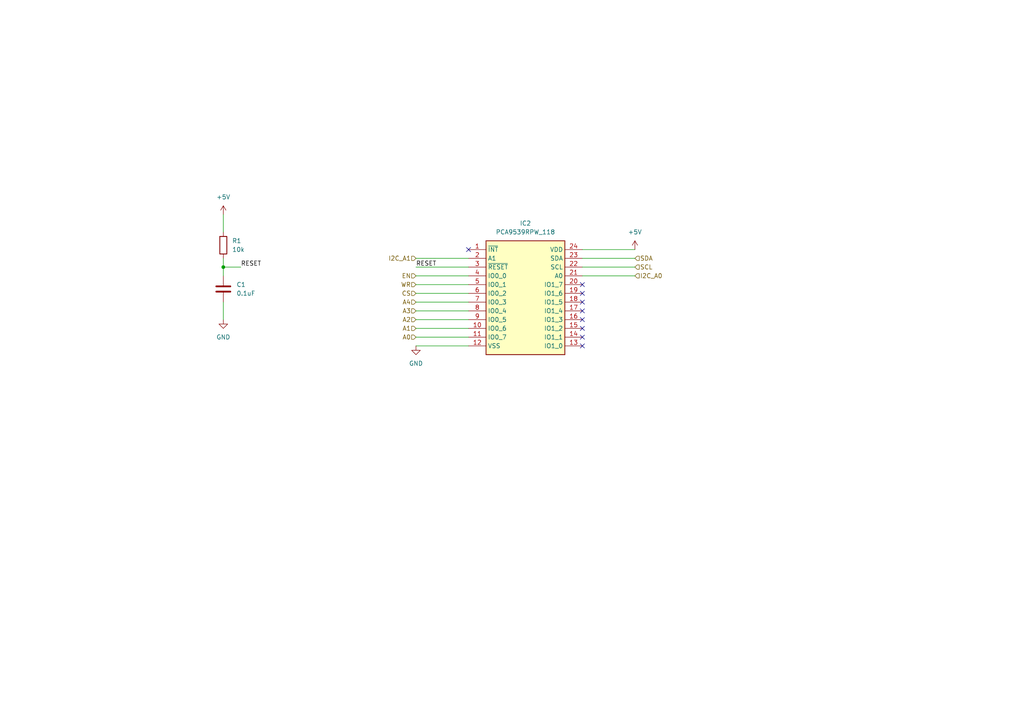
<source format=kicad_sch>
(kicad_sch (version 20230121) (generator eeschema)
  (paper "A4")
  (lib_symbols
    (symbol "Device:C" (pin_numbers hide) (pin_names (offset 0.254))
      (property "Reference" "C" (at 0.635 2.54 0))
      (property "Value" "C" (at 0.635 -2.54 0))
      (symbol "C_0_1"
        (polyline (pts (xy -2.032 -0.762) (xy 2.032 -0.762)) (stroke (width 0.508)))
        (polyline (pts (xy -2.032 0.762) (xy 2.032 0.762)) (stroke (width 0.508)))
      )
      (symbol "C_1_1"
        (pin passive line (at 0 3.81 270) (length 2.794) (name "~") (number "1"))
        (pin passive line (at 0 -3.81 90) (length 2.794) (name "~") (number "2"))
      )
    )
    (symbol "Device:R" (pin_numbers hide) (pin_names (offset 0))
      (property "Reference" "R" (at 2.032 0 90))
      (property "Value" "R" (at 0 0 90))
      (symbol "R_0_1"
        (rectangle (start -1.016 -2.54) (end 1.016 2.54) (stroke (width 0.254)))
      )
      (symbol "R_1_1"
        (pin passive line (at 0 3.81 270) (length 1.27) (name "~") (number "1"))
        (pin passive line (at 0 -3.81 90) (length 1.27) (name "~") (number "2"))
      )
    )
    (symbol "NTC_Board:PCA9539RPW_118"
      (property "Reference" "IC" (at 29.21 7.62 0))
      (property "Value" "PCA9539RPW_118" (at 29.21 5.08 0))
      (symbol "PCA9539RPW_118_1_1"
        (rectangle (start 5.08 2.54) (end 27.94 -30.48) (stroke (width 0.254)) (fill (type background)))
        (pin passive line (at 0 0 0) (length 5.08) (name "~{INT}") (number "1"))
        (pin passive line (at 0 -22.86 0) (length 5.08) (name "IO0_6") (number "10"))
        (pin passive line (at 0 -25.4 0) (length 5.08) (name "IO0_7") (number "11"))
        (pin passive line (at 0 -27.94 0) (length 5.08) (name "VSS") (number "12"))
        (pin passive line (at 33.02 -27.94 180) (length 5.08) (name "IO1_0") (number "13"))
        (pin passive line (at 33.02 -25.4 180) (length 5.08) (name "IO1_1") (number "14"))
        (pin passive line (at 33.02 -22.86 180) (length 5.08) (name "IO1_2") (number "15"))
        (pin passive line (at 33.02 -20.32 180) (length 5.08) (name "IO1_3") (number "16"))
        (pin passive line (at 33.02 -17.78 180) (length 5.08) (name "IO1_4") (number "17"))
        (pin passive line (at 33.02 -15.24 180) (length 5.08) (name "IO1_5") (number "18"))
        (pin passive line (at 33.02 -12.7 180) (length 5.08) (name "IO1_6") (number "19"))
        (pin passive line (at 0 -2.54 0) (length 5.08) (name "A1") (number "2"))
        (pin passive line (at 33.02 -10.16 180) (length 5.08) (name "IO1_7") (number "20"))
        (pin passive line (at 33.02 -7.62 180) (length 5.08) (name "A0") (number "21"))
        (pin passive line (at 33.02 -5.08 180) (length 5.08) (name "SCL") (number "22"))
        (pin passive line (at 33.02 -2.54 180) (length 5.08) (name "SDA") (number "23"))
        (pin passive line (at 33.02 0 180) (length 5.08) (name "VDD") (number "24"))
        (pin passive line (at 0 -5.08 0) (length 5.08) (name "~{RESET}") (number "3"))
        (pin passive line (at 0 -7.62 0) (length 5.08) (name "IO0_0") (number "4"))
        (pin passive line (at 0 -10.16 0) (length 5.08) (name "IO0_1") (number "5"))
        (pin passive line (at 0 -12.7 0) (length 5.08) (name "IO0_2") (number "6"))
        (pin passive line (at 0 -15.24 0) (length 5.08) (name "IO0_3") (number "7"))
        (pin passive line (at 0 -17.78 0) (length 5.08) (name "IO0_4") (number "8"))
        (pin passive line (at 0 -20.32 0) (length 5.08) (name "IO0_5") (number "9"))
      )
    )
    (symbol "PCM_4ms_Power-symbol:+5V" (power) (pin_names (offset 0))
      (property "Value" "+5V" (at 0 3.556 0))
      (symbol "+5V_0_1"
        (polyline (pts (xy -0.762 1.27) (xy 0 2.54)))
        (polyline (pts (xy 0 0) (xy 0 2.54)))
        (polyline (pts (xy 0 2.54) (xy 0.762 1.27)))
      )
      (symbol "+5V_1_1"
        (pin power_in line (at 0 0 90) (length 0) hide (name "+5V") (number "1"))
      )
    )
    (symbol "PCM_4ms_Power-symbol:GND" (power) (pin_names (offset 0))
      (property "Value" "GND" (at 0 -3.81 0))
      (symbol "GND_0_1"
        (polyline (pts (xy 0 0) (xy 0 -1.27) (xy 1.27 -1.27) (xy 0 -2.54) (xy -1.27 -1.27) (xy 0 -1.27)))
      )
      (symbol "GND_1_1"
        (pin power_in line (at 0 0 270) (length 0) hide (name "GND") (number "1"))
      )
    )
  )
  (junction (at 64.77 77.47))
  (no_connect (at 135.89 72.39))
  (no_connect (at 168.91 100.33))
  (no_connect (at 168.91 97.79))
  (no_connect (at 168.91 82.55))
  (no_connect (at 168.91 95.25))
  (no_connect (at 168.91 85.09))
  (no_connect (at 168.91 87.63))
  (no_connect (at 168.91 92.71))
  (no_connect (at 168.91 90.17))
  (wire (pts (xy 168.91 80.01) (xy 184.15 80.01)))
  (wire (pts (xy 168.91 72.39) (xy 184.15 72.39)))
  (wire (pts (xy 135.89 85.09) (xy 120.65 85.09)))
  (wire (pts (xy 135.89 90.17) (xy 120.65 90.17)))
  (wire (pts (xy 69.85 77.47) (xy 64.77 77.47)))
  (wire (pts (xy 64.77 74.93) (xy 64.77 77.47)))
  (wire (pts (xy 135.89 80.01) (xy 120.65 80.01)))
  (wire (pts (xy 135.89 74.93) (xy 120.65 74.93)))
  (wire (pts (xy 135.89 77.47) (xy 120.65 77.47)))
  (wire (pts (xy 135.89 82.55) (xy 120.65 82.55)))
  (wire (pts (xy 168.91 77.47) (xy 184.15 77.47)))
  (wire (pts (xy 135.89 87.63) (xy 120.65 87.63)))
  (wire (pts (xy 168.91 74.93) (xy 184.15 74.93)))
  (wire (pts (xy 135.89 92.71) (xy 120.65 92.71)))
  (wire (pts (xy 135.89 95.25) (xy 120.65 95.25)))
  (wire (pts (xy 120.65 97.79) (xy 135.89 97.79)))
  (wire (pts (xy 64.77 62.23) (xy 64.77 67.31)))
  (wire (pts (xy 64.77 77.47) (xy 64.77 80.01)))
  (wire (pts (xy 120.65 100.33) (xy 135.89 100.33)))
  (wire (pts (xy 64.77 87.63) (xy 64.77 92.71)))
  (label "RESET" (at 69.85 77.47 0))
  (label "RESET" (at 120.65 77.47 0))
  (hierarchical_label "I2C_A0" (shape input) (at 184.15 80.01 0))
  (hierarchical_label "A2" (shape input) (at 120.65 92.71 180))
  (hierarchical_label "A1" (shape input) (at 120.65 95.25 180))
  (hierarchical_label "I2C_A1" (shape input) (at 120.65 74.93 180))
  (hierarchical_label "SDA" (shape input) (at 184.15 74.93 0))
  (hierarchical_label "A0" (shape input) (at 120.65 97.79 180))
  (hierarchical_label "EN" (shape input) (at 120.65 80.01 180))
  (hierarchical_label "CS" (shape input) (at 120.65 85.09 180))
  (hierarchical_label "SCL" (shape input) (at 184.15 77.47 0))
  (hierarchical_label "WR" (shape input) (at 120.65 82.55 180))
  (hierarchical_label "A4" (shape input) (at 120.65 87.63 180))
  (hierarchical_label "A3" (shape input) (at 120.65 90.17 180))
  (symbol (lib_id "PCM_4ms_Power-symbol:GND") (at 120.65 100.33 0) (unit 1)
    (property "Reference" "#PWR08" (effects hide))
    (property "Value" "GND" (at 120.65 105.41 0))
  )
  (symbol (lib_id "NTC_Board:PCA9539RPW_118") (at 135.89 72.39 0) (unit 1)
    (property "Reference" "IC2" (at 152.4 64.77 0))
    (property "Value" "PCA9539RPW_118" (at 152.4 67.31 0))
    (property "Footprint" "SOP65P640X110-24N" (effects hide))
    (property "Datasheet" "http://www.nxp.com/docs/en/data-sheet/PCA9539_PCA9539R.pdf" (effects hide))
    (property "Height" "1.1" (effects hide))
    (property "Mouser Part Number" "771-PCA9539RPW,118" (effects hide))
    (property "Mouser Price/Stock" "https://www.mouser.co.uk/ProductDetail/NXP-Semiconductors/PCA9539RPW-Q900J?qs=HXFqYaX1Q2xW7PmDtFxd6w%3D%3D" (effects hide))
    (property "Manufacturer_Name" "NXP" (effects hide))
    (property "Manufacturer_Part_Number" "PCA9539RPW/Q900J" (effects hide))
  )
  (symbol (lib_id "PCM_4ms_Power-symbol:GND") (at 64.77 92.71 0) (unit 1)
    (property "Reference" "#PWR010" (effects hide))
    (property "Value" "GND" (at 64.77 97.79 0))
  )
  (symbol (lib_id "PCM_4ms_Power-symbol:+5V") (at 64.77 62.23 0) (unit 1)
    (property "Reference" "#PWR09" (effects hide))
    (property "Value" "+5V" (at 64.77 57.15 0))
  )
  (symbol (lib_id "Device:C") (at 64.77 83.82 0) (unit 1)
    (property "Reference" "C1" (at 68.58 82.55 0) (effects (justify left)))
    (property "Value" "0.1uF" (at 68.58 85.09 0) (effects (justify left)))
    (property "Footprint" "Capacitor_SMD:C_0402_1005Metric" (effects hide))
  )
  (symbol (lib_id "PCM_4ms_Power-symbol:+5V") (at 184.15 72.39 0) (unit 1)
    (property "Reference" "#PWR07" (effects hide))
    (property "Value" "+5V" (at 184.15 67.31 0))
  )
  (symbol (lib_id "Device:R") (at 64.77 71.12 0) (unit 1)
    (property "Reference" "R1" (at 67.31 69.85 0) (effects (justify left)))
    (property "Value" "10k" (at 67.31 72.39 0) (effects (justify left)))
    (property "Footprint" "PCM_4ms_Resistor:R_0603" (effects hide))
  )
)
</source>
